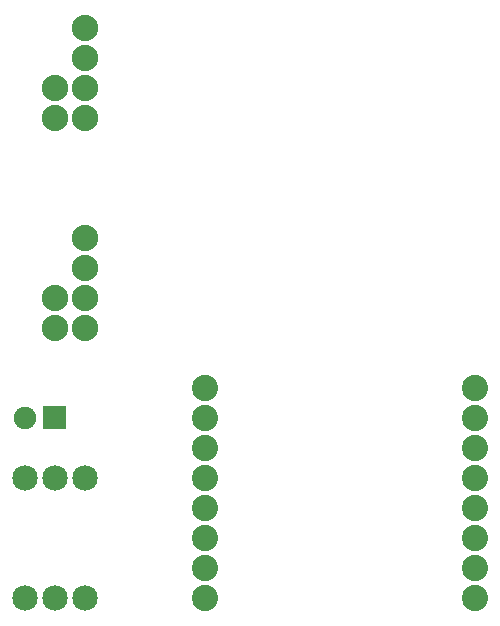
<source format=gbs>
G04 MADE WITH FRITZING*
G04 WWW.FRITZING.ORG*
G04 DOUBLE SIDED*
G04 HOLES PLATED*
G04 CONTOUR ON CENTER OF CONTOUR VECTOR*
%ASAXBY*%
%FSLAX23Y23*%
%MOIN*%
%OFA0B0*%
%SFA1.0B1.0*%
%ADD10C,0.087778*%
%ADD11C,0.085000*%
%ADD12C,0.075000*%
%ADD13C,0.088000*%
%ADD14R,0.001000X0.001000*%
%LNMASK0*%
G90*
G70*
G54D10*
X901Y1102D03*
X901Y1002D03*
X901Y902D03*
X901Y802D03*
X901Y702D03*
X901Y602D03*
X901Y502D03*
X901Y402D03*
X1801Y402D03*
X1801Y502D03*
X1801Y602D03*
X1801Y702D03*
X1801Y802D03*
X1801Y902D03*
X1801Y1002D03*
X1801Y1102D03*
G54D11*
X501Y402D03*
X501Y802D03*
X401Y402D03*
X401Y802D03*
G54D12*
X401Y1002D03*
X301Y1002D03*
G54D11*
X301Y402D03*
X301Y802D03*
G54D13*
X501Y1602D03*
X501Y1502D03*
X401Y1402D03*
X401Y1302D03*
X501Y1402D03*
X501Y1302D03*
X501Y2102D03*
X501Y2002D03*
X401Y2102D03*
X401Y2002D03*
X501Y2302D03*
X501Y2202D03*
G54D14*
X363Y1040D02*
X437Y1040D01*
X363Y1039D02*
X437Y1039D01*
X363Y1038D02*
X437Y1038D01*
X363Y1037D02*
X437Y1037D01*
X363Y1036D02*
X437Y1036D01*
X363Y1035D02*
X437Y1035D01*
X363Y1034D02*
X437Y1034D01*
X363Y1033D02*
X437Y1033D01*
X363Y1032D02*
X437Y1032D01*
X363Y1031D02*
X437Y1031D01*
X363Y1030D02*
X437Y1030D01*
X363Y1029D02*
X437Y1029D01*
X363Y1028D02*
X437Y1028D01*
X363Y1027D02*
X437Y1027D01*
X363Y1026D02*
X437Y1026D01*
X363Y1025D02*
X437Y1025D01*
X363Y1024D02*
X437Y1024D01*
X363Y1023D02*
X437Y1023D01*
X363Y1022D02*
X437Y1022D01*
X363Y1021D02*
X437Y1021D01*
X363Y1020D02*
X437Y1020D01*
X363Y1019D02*
X437Y1019D01*
X363Y1018D02*
X437Y1018D01*
X363Y1017D02*
X437Y1017D01*
X363Y1016D02*
X437Y1016D01*
X363Y1015D02*
X437Y1015D01*
X363Y1014D02*
X437Y1014D01*
X363Y1013D02*
X437Y1013D01*
X363Y1012D02*
X437Y1012D01*
X363Y1011D02*
X396Y1011D01*
X404Y1011D02*
X437Y1011D01*
X363Y1010D02*
X394Y1010D01*
X406Y1010D02*
X437Y1010D01*
X363Y1009D02*
X393Y1009D01*
X407Y1009D02*
X437Y1009D01*
X363Y1008D02*
X392Y1008D01*
X408Y1008D02*
X437Y1008D01*
X363Y1007D02*
X392Y1007D01*
X408Y1007D02*
X437Y1007D01*
X363Y1006D02*
X391Y1006D01*
X409Y1006D02*
X437Y1006D01*
X363Y1005D02*
X391Y1005D01*
X409Y1005D02*
X437Y1005D01*
X363Y1004D02*
X391Y1004D01*
X409Y1004D02*
X437Y1004D01*
X363Y1003D02*
X391Y1003D01*
X409Y1003D02*
X437Y1003D01*
X363Y1002D02*
X391Y1002D01*
X409Y1002D02*
X437Y1002D01*
X363Y1001D02*
X391Y1001D01*
X409Y1001D02*
X437Y1001D01*
X363Y1000D02*
X391Y1000D01*
X409Y1000D02*
X437Y1000D01*
X363Y999D02*
X392Y999D01*
X408Y999D02*
X437Y999D01*
X363Y998D02*
X392Y998D01*
X408Y998D02*
X437Y998D01*
X363Y997D02*
X393Y997D01*
X407Y997D02*
X437Y997D01*
X363Y996D02*
X394Y996D01*
X406Y996D02*
X437Y996D01*
X363Y995D02*
X396Y995D01*
X404Y995D02*
X437Y995D01*
X363Y994D02*
X437Y994D01*
X363Y993D02*
X437Y993D01*
X363Y992D02*
X437Y992D01*
X363Y991D02*
X437Y991D01*
X363Y990D02*
X437Y990D01*
X363Y989D02*
X437Y989D01*
X363Y988D02*
X437Y988D01*
X363Y987D02*
X437Y987D01*
X363Y986D02*
X437Y986D01*
X363Y985D02*
X437Y985D01*
X363Y984D02*
X437Y984D01*
X363Y983D02*
X437Y983D01*
X363Y982D02*
X437Y982D01*
X363Y981D02*
X437Y981D01*
X363Y980D02*
X437Y980D01*
X363Y979D02*
X437Y979D01*
X363Y978D02*
X437Y978D01*
X363Y977D02*
X437Y977D01*
X363Y976D02*
X437Y976D01*
X363Y975D02*
X437Y975D01*
X363Y974D02*
X437Y974D01*
X363Y973D02*
X437Y973D01*
X363Y972D02*
X437Y972D01*
X363Y971D02*
X437Y971D01*
X363Y970D02*
X437Y970D01*
X363Y969D02*
X437Y969D01*
X363Y968D02*
X437Y968D01*
X363Y967D02*
X437Y967D01*
X363Y966D02*
X437Y966D01*
D02*
G04 End of Mask0*
M02*
</source>
